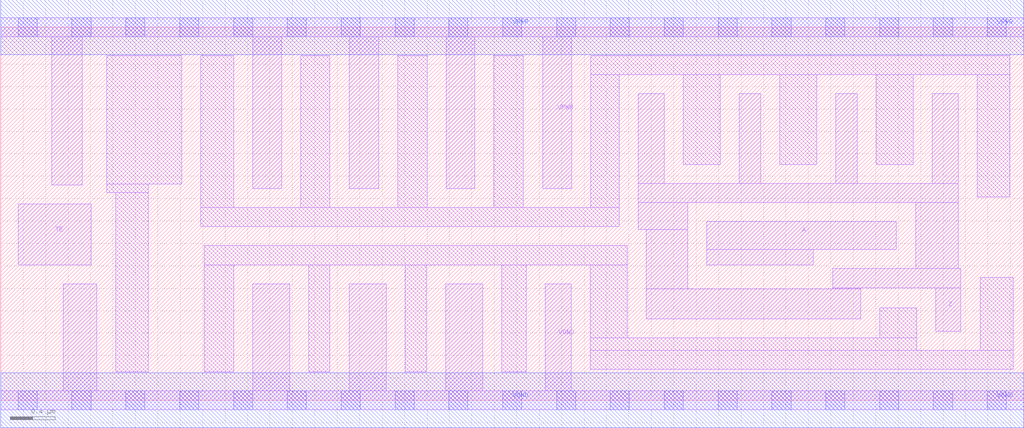
<source format=lef>
# Copyright 2020 The SkyWater PDK Authors
#
# Licensed under the Apache License, Version 2.0 (the "License");
# you may not use this file except in compliance with the License.
# You may obtain a copy of the License at
#
#     https://www.apache.org/licenses/LICENSE-2.0
#
# Unless required by applicable law or agreed to in writing, software
# distributed under the License is distributed on an "AS IS" BASIS,
# WITHOUT WARRANTIES OR CONDITIONS OF ANY KIND, either express or implied.
# See the License for the specific language governing permissions and
# limitations under the License.
#
# SPDX-License-Identifier: Apache-2.0

VERSION 5.7 ;
  NAMESCASESENSITIVE ON ;
  NOWIREEXTENSIONATPIN ON ;
  DIVIDERCHAR "/" ;
  BUSBITCHARS "[]" ;
UNITS
  DATABASE MICRONS 200 ;
END UNITS
MACRO sky130_fd_sc_lp__einvp_8
  CLASS CORE ;
  SOURCE USER ;
  FOREIGN sky130_fd_sc_lp__einvp_8 ;
  ORIGIN  0.000000  0.000000 ;
  SIZE  9.120000 BY  3.330000 ;
  SYMMETRY X Y R90 ;
  SITE unit ;
  PIN A
    ANTENNAGATEAREA  2.520000 ;
    DIRECTION INPUT ;
    USE SIGNAL ;
    PORT
      LAYER li1 ;
        RECT 6.295000 1.210000 7.245000 1.345000 ;
        RECT 6.295000 1.345000 7.985000 1.595000 ;
    END
  END A
  PIN TE
    ANTENNAGATEAREA  1.323000 ;
    DIRECTION INPUT ;
    USE SIGNAL ;
    PORT
      LAYER li1 ;
        RECT 0.155000 1.210000 0.805000 1.750000 ;
    END
  END TE
  PIN Z
    ANTENNADIFFAREA  2.352000 ;
    DIRECTION OUTPUT ;
    USE SIGNAL ;
    PORT
      LAYER li1 ;
        RECT 5.685000 1.525000 6.125000 1.765000 ;
        RECT 5.685000 1.765000 8.535000 1.935000 ;
        RECT 5.685000 1.935000 5.915000 2.735000 ;
        RECT 5.755000 0.725000 7.665000 0.995000 ;
        RECT 5.755000 0.995000 6.125000 1.525000 ;
        RECT 6.585000 1.935000 6.775000 2.735000 ;
        RECT 7.415000 0.995000 7.665000 1.005000 ;
        RECT 7.415000 1.005000 8.560000 1.175000 ;
        RECT 7.445000 1.935000 7.635000 2.735000 ;
        RECT 8.155000 1.175000 8.535000 1.765000 ;
        RECT 8.305000 1.935000 8.535000 2.735000 ;
        RECT 8.335000 0.615000 8.560000 1.005000 ;
    END
  END Z
  PIN VGND
    DIRECTION INOUT ;
    USE GROUND ;
    PORT
      LAYER li1 ;
        RECT 0.000000 -0.085000 9.120000 0.085000 ;
        RECT 0.555000  0.085000 0.855000 1.040000 ;
        RECT 2.245000  0.085000 2.575000 1.040000 ;
        RECT 3.105000  0.085000 3.435000 1.040000 ;
        RECT 3.965000  0.085000 4.295000 1.040000 ;
        RECT 4.855000  0.085000 5.085000 1.040000 ;
      LAYER mcon ;
        RECT 0.155000 -0.085000 0.325000 0.085000 ;
        RECT 0.635000 -0.085000 0.805000 0.085000 ;
        RECT 1.115000 -0.085000 1.285000 0.085000 ;
        RECT 1.595000 -0.085000 1.765000 0.085000 ;
        RECT 2.075000 -0.085000 2.245000 0.085000 ;
        RECT 2.555000 -0.085000 2.725000 0.085000 ;
        RECT 3.035000 -0.085000 3.205000 0.085000 ;
        RECT 3.515000 -0.085000 3.685000 0.085000 ;
        RECT 3.995000 -0.085000 4.165000 0.085000 ;
        RECT 4.475000 -0.085000 4.645000 0.085000 ;
        RECT 4.955000 -0.085000 5.125000 0.085000 ;
        RECT 5.435000 -0.085000 5.605000 0.085000 ;
        RECT 5.915000 -0.085000 6.085000 0.085000 ;
        RECT 6.395000 -0.085000 6.565000 0.085000 ;
        RECT 6.875000 -0.085000 7.045000 0.085000 ;
        RECT 7.355000 -0.085000 7.525000 0.085000 ;
        RECT 7.835000 -0.085000 8.005000 0.085000 ;
        RECT 8.315000 -0.085000 8.485000 0.085000 ;
        RECT 8.795000 -0.085000 8.965000 0.085000 ;
      LAYER met1 ;
        RECT 0.000000 -0.245000 9.120000 0.245000 ;
    END
  END VGND
  PIN VPWR
    DIRECTION INOUT ;
    USE POWER ;
    PORT
      LAYER li1 ;
        RECT 0.000000 3.245000 9.120000 3.415000 ;
        RECT 0.455000 1.920000 0.725000 3.245000 ;
        RECT 2.245000 1.890000 2.505000 3.245000 ;
        RECT 3.105000 1.890000 3.370000 3.245000 ;
        RECT 3.970000 1.890000 4.225000 3.245000 ;
        RECT 4.830000 1.890000 5.090000 3.245000 ;
      LAYER mcon ;
        RECT 0.155000 3.245000 0.325000 3.415000 ;
        RECT 0.635000 3.245000 0.805000 3.415000 ;
        RECT 1.115000 3.245000 1.285000 3.415000 ;
        RECT 1.595000 3.245000 1.765000 3.415000 ;
        RECT 2.075000 3.245000 2.245000 3.415000 ;
        RECT 2.555000 3.245000 2.725000 3.415000 ;
        RECT 3.035000 3.245000 3.205000 3.415000 ;
        RECT 3.515000 3.245000 3.685000 3.415000 ;
        RECT 3.995000 3.245000 4.165000 3.415000 ;
        RECT 4.475000 3.245000 4.645000 3.415000 ;
        RECT 4.955000 3.245000 5.125000 3.415000 ;
        RECT 5.435000 3.245000 5.605000 3.415000 ;
        RECT 5.915000 3.245000 6.085000 3.415000 ;
        RECT 6.395000 3.245000 6.565000 3.415000 ;
        RECT 6.875000 3.245000 7.045000 3.415000 ;
        RECT 7.355000 3.245000 7.525000 3.415000 ;
        RECT 7.835000 3.245000 8.005000 3.415000 ;
        RECT 8.315000 3.245000 8.485000 3.415000 ;
        RECT 8.795000 3.245000 8.965000 3.415000 ;
      LAYER met1 ;
        RECT 0.000000 3.085000 9.120000 3.575000 ;
    END
  END VPWR
  OBS
    LAYER li1 ;
      RECT 0.945000 1.855000 1.315000 1.930000 ;
      RECT 0.945000 1.930000 1.615000 3.075000 ;
      RECT 1.025000 0.255000 1.315000 1.855000 ;
      RECT 1.785000 1.550000 5.515000 1.720000 ;
      RECT 1.785000 1.720000 2.075000 3.075000 ;
      RECT 1.815000 0.255000 2.075000 1.210000 ;
      RECT 1.815000 1.210000 5.585000 1.380000 ;
      RECT 2.675000 1.720000 2.935000 3.075000 ;
      RECT 2.745000 0.255000 2.935000 1.210000 ;
      RECT 3.540000 1.720000 3.800000 3.075000 ;
      RECT 3.605000 0.255000 3.795000 1.210000 ;
      RECT 4.395000 1.720000 4.660000 3.075000 ;
      RECT 4.465000 0.255000 4.685000 1.210000 ;
      RECT 5.255000 0.275000 9.025000 0.445000 ;
      RECT 5.255000 0.445000 8.165000 0.555000 ;
      RECT 5.255000 0.555000 5.585000 1.210000 ;
      RECT 5.260000 1.720000 5.515000 2.905000 ;
      RECT 5.260000 2.905000 8.995000 3.075000 ;
      RECT 6.085000 2.105000 6.415000 2.905000 ;
      RECT 6.945000 2.105000 7.275000 2.905000 ;
      RECT 7.805000 2.105000 8.135000 2.905000 ;
      RECT 7.835000 0.555000 8.165000 0.825000 ;
      RECT 8.705000 1.815000 8.995000 2.905000 ;
      RECT 8.730000 0.445000 9.025000 1.095000 ;
  END
END sky130_fd_sc_lp__einvp_8

</source>
